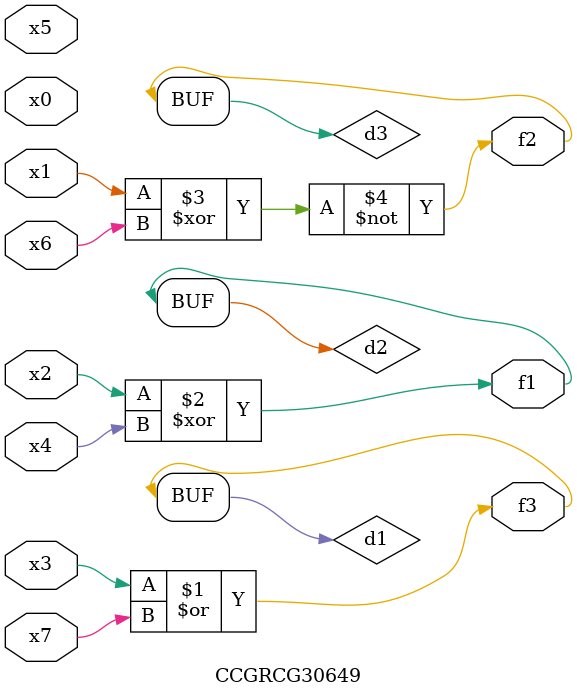
<source format=v>
module CCGRCG30649(
	input x0, x1, x2, x3, x4, x5, x6, x7,
	output f1, f2, f3
);

	wire d1, d2, d3;

	or (d1, x3, x7);
	xor (d2, x2, x4);
	xnor (d3, x1, x6);
	assign f1 = d2;
	assign f2 = d3;
	assign f3 = d1;
endmodule

</source>
